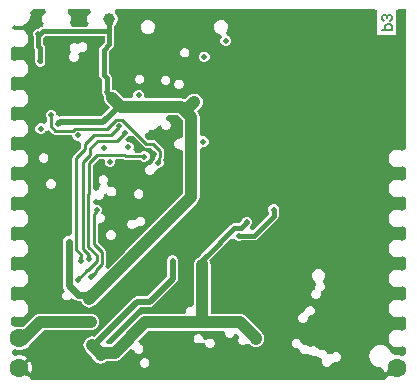
<source format=gbr>
%TF.GenerationSoftware,Altium Limited,Altium Designer,21.4.1 (30)*%
G04 Layer_Physical_Order=3*
G04 Layer_Color=16440176*
%FSLAX26Y26*%
%MOIN*%
%TF.SameCoordinates,A13BDBB0-CAD7-4838-8454-AA6E24CDD61A*%
%TF.FilePolarity,Positive*%
%TF.FileFunction,Copper,L3,Inr,Signal*%
%TF.Part,Single*%
G01*
G75*
%TA.AperFunction,Conductor*%
%ADD11C,0.011811*%
%ADD12C,0.039370*%
%ADD45C,0.019685*%
%ADD46C,0.015748*%
%ADD47C,0.009842*%
%TA.AperFunction,NonConductor*%
%ADD48C,0.007874*%
%TA.AperFunction,ComponentPad*%
%ADD50C,0.062992*%
%TA.AperFunction,ViaPad*%
%ADD52C,0.019685*%
%ADD53C,0.039370*%
%ADD55C,0.023622*%
%TA.AperFunction,Conductor*%
%ADD56C,0.023622*%
G36*
X278697Y1235990D02*
X275990Y1234869D01*
X269345Y1228224D01*
X265749Y1219542D01*
Y1210144D01*
X269345Y1201462D01*
X270064Y1200743D01*
X265172Y1188932D01*
X213570D01*
X208677Y1200743D01*
X209396Y1201462D01*
X212993Y1210144D01*
Y1219542D01*
X209396Y1228224D01*
X202751Y1234869D01*
X200044Y1235990D01*
X202394Y1247801D01*
X276348D01*
X278697Y1235990D01*
D02*
G37*
G36*
X352047Y1199601D02*
X351044Y1198315D01*
X350159Y1196946D01*
X349393Y1195492D01*
X348744Y1193954D01*
X348213Y1192332D01*
X347800Y1190625D01*
X347505Y1188835D01*
X347328Y1186960D01*
X347269Y1185001D01*
X331521Y1184980D01*
X331462Y1186939D01*
X331285Y1188813D01*
X330989Y1190604D01*
X330575Y1192309D01*
X330043Y1193930D01*
X329393Y1195467D01*
X328624Y1196919D01*
X327737Y1198286D01*
X326732Y1199569D01*
X325609Y1200768D01*
X353168Y1200802D01*
X352047Y1199601D01*
D02*
G37*
G36*
X1326541Y780828D02*
X1322743Y777827D01*
X1314730Y774887D01*
X1310527Y777314D01*
X1303072Y779312D01*
X1295354D01*
X1287899Y777314D01*
X1281216Y773455D01*
X1275758Y767998D01*
X1271900Y761314D01*
X1269902Y753859D01*
Y746142D01*
X1271900Y738687D01*
X1275758Y732003D01*
X1281216Y726546D01*
X1287899Y722687D01*
X1295354Y720689D01*
X1303072D01*
X1310527Y722687D01*
X1314730Y725114D01*
X1322743Y722174D01*
X1326541Y719173D01*
Y680828D01*
X1322743Y677827D01*
X1314730Y674887D01*
X1310527Y677314D01*
X1303072Y679312D01*
X1295354D01*
X1287899Y677314D01*
X1281216Y673455D01*
X1275758Y667998D01*
X1271900Y661314D01*
X1269902Y653859D01*
Y646142D01*
X1271900Y638687D01*
X1275758Y632003D01*
X1281216Y626546D01*
X1287899Y622687D01*
X1295354Y620689D01*
X1303072D01*
X1310527Y622687D01*
X1314730Y625114D01*
X1322743Y622174D01*
X1326541Y619173D01*
Y580828D01*
X1322743Y577827D01*
X1314730Y574887D01*
X1310527Y577314D01*
X1303072Y579312D01*
X1295354D01*
X1287899Y577314D01*
X1281216Y573455D01*
X1275758Y567998D01*
X1271900Y561314D01*
X1269902Y553859D01*
Y546142D01*
X1271900Y538687D01*
X1275758Y532003D01*
X1281216Y526546D01*
X1287899Y522687D01*
X1295354Y520689D01*
X1303072D01*
X1310527Y522687D01*
X1314730Y525114D01*
X1322743Y522174D01*
X1326541Y519173D01*
Y480828D01*
X1322743Y477827D01*
X1314730Y474887D01*
X1310527Y477314D01*
X1303072Y479312D01*
X1295354D01*
X1287899Y477314D01*
X1281216Y473455D01*
X1275758Y467998D01*
X1271900Y461314D01*
X1269902Y453859D01*
Y446142D01*
X1271900Y438687D01*
X1275758Y432003D01*
X1281216Y426546D01*
X1287899Y422687D01*
X1295354Y420690D01*
X1303072D01*
X1310527Y422687D01*
X1314730Y425114D01*
X1322743Y422175D01*
X1326541Y419173D01*
Y380828D01*
X1322743Y377827D01*
X1314730Y374887D01*
X1310527Y377314D01*
X1303072Y379312D01*
X1295354D01*
X1287899Y377314D01*
X1281216Y373455D01*
X1275758Y367998D01*
X1271900Y361314D01*
X1269902Y353859D01*
Y346142D01*
X1271900Y338687D01*
X1275758Y332003D01*
X1281216Y326546D01*
X1287899Y322687D01*
X1295354Y320690D01*
X1303072D01*
X1310527Y322687D01*
X1314730Y325114D01*
X1322743Y322175D01*
X1326541Y319173D01*
Y280828D01*
X1322743Y277827D01*
X1314730Y274887D01*
X1310527Y277314D01*
X1303072Y279312D01*
X1295354D01*
X1287899Y277314D01*
X1281216Y273455D01*
X1275758Y267998D01*
X1271900Y261314D01*
X1269902Y253859D01*
Y246142D01*
X1271900Y238687D01*
X1275758Y232003D01*
X1281216Y226546D01*
X1287899Y222687D01*
X1295354Y220690D01*
X1303072D01*
X1310527Y222687D01*
X1314730Y225114D01*
X1322743Y222174D01*
X1326541Y219173D01*
Y180828D01*
X1322743Y177827D01*
X1314730Y174887D01*
X1310527Y177314D01*
X1303072Y179311D01*
X1295354D01*
X1287899Y177314D01*
X1281216Y173455D01*
X1275758Y167998D01*
X1271900Y161314D01*
X1269902Y153859D01*
Y146142D01*
X1271900Y138687D01*
X1275758Y132003D01*
X1281216Y126546D01*
X1287899Y122687D01*
X1295354Y120689D01*
X1303072D01*
X1310527Y122687D01*
X1314730Y125114D01*
X1322743Y122174D01*
X1326541Y119173D01*
Y97867D01*
X1317158Y91226D01*
X1314730Y90677D01*
X1304915Y93308D01*
X1293512D01*
X1292367Y93001D01*
X1279401Y100993D01*
X1275653Y110043D01*
X1269689Y117815D01*
X1261917Y123779D01*
X1252867Y127528D01*
X1243154Y128806D01*
X1233442Y127528D01*
X1224392Y123779D01*
X1216620Y117815D01*
X1210656Y110043D01*
X1206907Y100993D01*
X1205629Y91281D01*
X1206907Y81568D01*
X1210656Y72518D01*
X1216620Y64746D01*
X1224392Y58782D01*
X1233442Y55033D01*
X1243154Y53755D01*
X1244095Y53879D01*
X1255903Y44302D01*
X1255954Y44121D01*
X1258857Y33285D01*
X1259229Y32642D01*
X1260864Y34593D01*
X1262362Y36633D01*
X1263679Y38707D01*
X1264815Y40817D01*
X1265769Y42961D01*
X1266543Y45141D01*
X1267134Y47356D01*
X1267545Y49606D01*
X1267774Y51892D01*
X1281773Y23774D01*
X1280034Y24808D01*
X1278324Y25578D01*
X1276643Y26086D01*
X1274991Y26330D01*
X1273367Y26311D01*
X1271771Y26029D01*
X1270204Y25484D01*
X1268666Y24675D01*
X1267156Y23604D01*
X1265675Y22268D01*
X1264261Y23683D01*
X1263809Y21813D01*
X1259223Y12042D01*
X79361D01*
X74776Y21806D01*
X74281Y23853D01*
X79725Y33283D01*
X82676Y44297D01*
Y55700D01*
X79725Y66715D01*
X74129Y76407D01*
X43545Y45823D01*
X35193Y54175D01*
X65777Y84759D01*
X56085Y90355D01*
X45071Y93306D01*
X33667D01*
X24274Y90789D01*
X14696Y97404D01*
X14952Y106633D01*
X24870Y113125D01*
X34186Y110629D01*
X44552D01*
X54565Y113312D01*
X63543Y118495D01*
X70873Y125825D01*
X73283Y129999D01*
X73732Y130344D01*
X120317Y176929D01*
X278032D01*
X285226Y177876D01*
X291930Y180653D01*
X297687Y185070D01*
X302105Y190827D01*
X304882Y197531D01*
X305829Y204726D01*
X304882Y211920D01*
X302105Y218624D01*
X297687Y224381D01*
X291930Y228798D01*
X285226Y231575D01*
X278032Y232523D01*
X108803D01*
X101609Y231575D01*
X94905Y228798D01*
X89148Y224381D01*
X58798Y194032D01*
X55182Y190785D01*
X53527Y189465D01*
X52102Y188447D01*
X51022Y187784D01*
X50825Y187688D01*
X44552Y189369D01*
X34186D01*
X24173Y186686D01*
X23853Y186501D01*
X12042Y193321D01*
Y219177D01*
X15844Y222179D01*
X23853Y225117D01*
X28059Y222689D01*
X35513Y220691D01*
X43231D01*
X50686Y222689D01*
X57370Y226548D01*
X62827Y232005D01*
X66686Y238689D01*
X68683Y246143D01*
Y253861D01*
X66686Y261316D01*
X62827Y268000D01*
X57370Y273457D01*
X50686Y277316D01*
X43231Y279313D01*
X35513D01*
X28059Y277316D01*
X23853Y274888D01*
X15844Y277825D01*
X12042Y280828D01*
Y319177D01*
X15844Y322179D01*
X23853Y325116D01*
X28059Y322689D01*
X35513Y320691D01*
X43231D01*
X50686Y322689D01*
X57370Y326548D01*
X62827Y332005D01*
X66686Y338688D01*
X68683Y346143D01*
Y353861D01*
X66686Y361316D01*
X62827Y368000D01*
X57370Y373457D01*
X50686Y377316D01*
X43231Y379313D01*
X35513D01*
X28059Y377316D01*
X23853Y374888D01*
X15844Y377825D01*
X12042Y380828D01*
Y419177D01*
X15844Y422179D01*
X23853Y425116D01*
X28059Y422689D01*
X35513Y420691D01*
X43231D01*
X50686Y422689D01*
X57370Y426548D01*
X62827Y432005D01*
X66686Y438688D01*
X68683Y446143D01*
Y453861D01*
X66686Y461316D01*
X62827Y468000D01*
X57370Y473457D01*
X50686Y477316D01*
X43231Y479313D01*
X35513D01*
X28059Y477316D01*
X23853Y474888D01*
X15844Y477825D01*
X12042Y480828D01*
Y519177D01*
X15844Y522179D01*
X23853Y525116D01*
X28059Y522689D01*
X35513Y520691D01*
X43231D01*
X50686Y522689D01*
X57370Y526548D01*
X62827Y532005D01*
X66686Y538688D01*
X68683Y546143D01*
Y553861D01*
X66686Y561316D01*
X62827Y568000D01*
X57370Y573457D01*
X50686Y577316D01*
X43231Y579313D01*
X35513D01*
X28059Y577316D01*
X23853Y574888D01*
X15844Y577825D01*
X12042Y580828D01*
Y619177D01*
X15844Y622179D01*
X23853Y625116D01*
X28059Y622689D01*
X35513Y620691D01*
X43231D01*
X50686Y622689D01*
X57370Y626548D01*
X62827Y632005D01*
X66686Y638688D01*
X68683Y646143D01*
Y653861D01*
X66686Y661316D01*
X62827Y668000D01*
X57370Y673457D01*
X50686Y677316D01*
X43231Y679313D01*
X35513D01*
X28059Y677316D01*
X23853Y674888D01*
X15844Y677825D01*
X12042Y680828D01*
Y719177D01*
X15844Y722179D01*
X23853Y725116D01*
X28059Y722689D01*
X35513Y720691D01*
X43231D01*
X50686Y722689D01*
X57370Y726548D01*
X62827Y732005D01*
X66686Y738688D01*
X68683Y746143D01*
Y753861D01*
X66686Y761316D01*
X62827Y768000D01*
X57370Y773457D01*
X50686Y777316D01*
X43231Y779313D01*
X35513D01*
X28059Y777316D01*
X23853Y774888D01*
X15844Y777825D01*
X12042Y780828D01*
Y819177D01*
X15844Y822179D01*
X23853Y825116D01*
X28059Y822689D01*
X35513Y820691D01*
X43231D01*
X50686Y822689D01*
X57370Y826548D01*
X62827Y832005D01*
X66686Y838688D01*
X68683Y846143D01*
Y853861D01*
X66686Y861316D01*
X62827Y868000D01*
X57370Y873457D01*
X50686Y877316D01*
X43231Y879313D01*
X35513D01*
X28059Y877316D01*
X23853Y874888D01*
X15844Y877825D01*
X12042Y880828D01*
Y919177D01*
X15844Y922179D01*
X23853Y925116D01*
X28059Y922689D01*
X35513Y920691D01*
X43231D01*
X50686Y922689D01*
X57370Y926548D01*
X62827Y932005D01*
X66686Y938688D01*
X68683Y946143D01*
Y953861D01*
X66686Y961316D01*
X62827Y968000D01*
X57370Y973457D01*
X50686Y977316D01*
X43231Y979313D01*
X35513D01*
X28059Y977316D01*
X23853Y974888D01*
X15844Y977825D01*
X12042Y980828D01*
Y1019177D01*
X15844Y1022179D01*
X23853Y1025117D01*
X28059Y1022689D01*
X35513Y1020691D01*
X43231D01*
X50686Y1022689D01*
X57370Y1026547D01*
X62827Y1032005D01*
X66686Y1038688D01*
X68683Y1046143D01*
Y1053861D01*
X66686Y1061316D01*
X62827Y1067999D01*
X57370Y1073457D01*
X50686Y1077316D01*
X43231Y1079313D01*
X35513D01*
X28059Y1077316D01*
X23853Y1074888D01*
X15844Y1077825D01*
X12042Y1080828D01*
Y1119177D01*
X15844Y1122179D01*
X23853Y1125117D01*
X28059Y1122689D01*
X35513Y1120691D01*
X43231D01*
X50686Y1122689D01*
X57370Y1126547D01*
X62827Y1132005D01*
X66686Y1138688D01*
X68683Y1146143D01*
Y1153861D01*
X66686Y1161316D01*
X62827Y1167999D01*
X57370Y1173457D01*
X50686Y1177316D01*
X43231Y1179313D01*
X35513D01*
X28059Y1177316D01*
X26837Y1176610D01*
X15493Y1181917D01*
X15079Y1188485D01*
X18470Y1190823D01*
X25957Y1194272D01*
X29660Y1192738D01*
X39372Y1191459D01*
X49085Y1192738D01*
X58135Y1196487D01*
X65907Y1202450D01*
X71870Y1210222D01*
X75619Y1219273D01*
X76898Y1228985D01*
X75976Y1235990D01*
X80485Y1243612D01*
X84633Y1247801D01*
X126347D01*
X128697Y1235990D01*
X125990Y1234869D01*
X119345Y1228224D01*
X115749Y1219542D01*
Y1210144D01*
X119345Y1201462D01*
X120064Y1200743D01*
X117934Y1192789D01*
X115459Y1188645D01*
X110756Y1187710D01*
X105547Y1184229D01*
X105547Y1184229D01*
X102742Y1181424D01*
X99460D01*
X92949Y1178726D01*
X87965Y1173743D01*
X85268Y1167231D01*
Y1160183D01*
X86928Y1156176D01*
Y1124034D01*
X86928Y1124033D01*
X88150Y1117889D01*
X91631Y1112679D01*
X92275Y1112035D01*
Y1081166D01*
X90615Y1077159D01*
Y1070111D01*
X93312Y1063599D01*
X98296Y1058615D01*
X104808Y1055918D01*
X111856D01*
X118367Y1058615D01*
X123351Y1063599D01*
X126048Y1070111D01*
Y1077159D01*
X124388Y1081166D01*
Y1118685D01*
X124388Y1118686D01*
X123166Y1124831D01*
X119685Y1130040D01*
X119685Y1130040D01*
X119041Y1130684D01*
Y1152308D01*
X123552Y1156819D01*
X323339D01*
Y1137552D01*
X309822Y1124035D01*
X306341Y1118826D01*
X305119Y1112681D01*
X305119Y1112681D01*
Y1028981D01*
X305119Y1028980D01*
X306341Y1022836D01*
X309822Y1017627D01*
X315450Y1011998D01*
Y977727D01*
X313790Y973719D01*
Y966671D01*
X316487Y960160D01*
X321471Y955176D01*
X322545Y954731D01*
X321955Y950249D01*
X322902Y943054D01*
X325679Y936350D01*
X330096Y930593D01*
X341482Y919207D01*
X312057Y889782D01*
X176320D01*
X174312Y889383D01*
X163381Y896079D01*
X162090Y897723D01*
X159866Y903091D01*
X154882Y908075D01*
X148371Y910772D01*
X141323D01*
X134811Y908075D01*
X129827Y903091D01*
X127130Y896580D01*
Y889532D01*
X129827Y883020D01*
X131418Y881430D01*
Y869693D01*
X120272Y864135D01*
X113761Y866832D01*
X106713D01*
X100201Y864135D01*
X95217Y859151D01*
X92520Y852640D01*
Y845592D01*
X95217Y839080D01*
X100201Y834096D01*
X106713Y831399D01*
X113761D01*
X120272Y834096D01*
X125256Y839080D01*
X125919Y840680D01*
X126692Y841253D01*
X138527Y843875D01*
X139020Y843795D01*
X150339Y832476D01*
X154571Y829648D01*
X159564Y828655D01*
X216241D01*
Y822919D01*
X218938Y816408D01*
X223922Y811424D01*
X230434Y808727D01*
X236400D01*
X239048Y807132D01*
X245656Y799328D01*
X245343Y797753D01*
Y785073D01*
X219588Y759318D01*
X216760Y755086D01*
X215766Y750093D01*
Y501348D01*
X204206Y492345D01*
X196525Y490817D01*
X190014Y486466D01*
X185663Y479955D01*
X185221Y477733D01*
X184841Y477164D01*
X183313Y469483D01*
Y326473D01*
X184841Y318792D01*
X186249Y316685D01*
X189899Y305413D01*
X185469Y300983D01*
X183071Y295195D01*
Y288930D01*
X185469Y283142D01*
X189899Y278712D01*
X195687Y276315D01*
X201952D01*
X207740Y278712D01*
X212170Y283142D01*
X223266Y279067D01*
X227183Y276450D01*
X234863Y274922D01*
X245014D01*
X245217Y273382D01*
X247994Y266678D01*
X252411Y260921D01*
X258168Y256503D01*
X264872Y253726D01*
X272067Y252779D01*
X279261Y253726D01*
X285965Y256503D01*
X291722Y260921D01*
X301435Y270634D01*
X431598Y400796D01*
X432659Y402180D01*
X631664Y601184D01*
X636081Y606941D01*
X638858Y613645D01*
X638950Y614344D01*
X638978Y614413D01*
X639926Y621607D01*
Y778632D01*
X649482Y787458D01*
X656530D01*
X663042Y790155D01*
X668025Y795139D01*
X670723Y801650D01*
Y808698D01*
X668025Y815210D01*
X663042Y820194D01*
X656530Y822891D01*
X649482D01*
X639926Y831717D01*
Y888448D01*
X638978Y895642D01*
X636202Y902346D01*
X632037Y907773D01*
X639817Y915553D01*
X642702Y917766D01*
X647119Y923523D01*
X649896Y930227D01*
X650843Y937422D01*
X649896Y944616D01*
X647119Y951320D01*
X642702Y957077D01*
X636945Y961495D01*
X630241Y964271D01*
X623047Y965219D01*
X622375D01*
X615181Y964271D01*
X608477Y961495D01*
X602720Y957077D01*
X592125Y946482D01*
X591870Y946678D01*
X585165Y949455D01*
X577971Y950402D01*
X458609D01*
X454546Y956483D01*
Y963531D01*
X451849Y970043D01*
X446865Y975026D01*
X440354Y977724D01*
X433306D01*
X426794Y975026D01*
X421810Y970043D01*
X419113Y963531D01*
Y956483D01*
X415050Y950402D01*
X388908D01*
X369407Y969904D01*
X363650Y974321D01*
X356946Y977098D01*
X349752Y978045D01*
X347563Y979965D01*
Y1018649D01*
X347563Y1018649D01*
X346341Y1024794D01*
X342860Y1030003D01*
X342860Y1030003D01*
X337232Y1035631D01*
Y1106030D01*
X350749Y1119547D01*
X350749Y1119547D01*
X354229Y1124756D01*
X355452Y1130901D01*
Y1187591D01*
X355472Y1187804D01*
X355673Y1189027D01*
X355942Y1190136D01*
X356270Y1191140D01*
X356655Y1192053D01*
X357096Y1192888D01*
X357594Y1193659D01*
X358159Y1194384D01*
X359038Y1195326D01*
X359380Y1195878D01*
X361423Y1197921D01*
X365051Y1204206D01*
X366930Y1211215D01*
Y1218471D01*
X365051Y1225480D01*
X361423Y1231765D01*
X357198Y1235990D01*
X357630Y1239979D01*
X361026Y1247801D01*
X1222091D01*
X1232732Y1244977D01*
X1232732Y1235990D01*
Y1161005D01*
X1295714D01*
Y1235990D01*
X1295714Y1244977D01*
X1306355Y1247801D01*
X1326541D01*
Y780828D01*
D02*
G37*
G36*
X584332Y876934D02*
Y821239D01*
X573106Y813642D01*
X566841D01*
X561053Y811245D01*
X556624Y806815D01*
X554226Y801027D01*
Y794762D01*
X556624Y788974D01*
X561053Y784544D01*
X566841Y782146D01*
X573106D01*
X584332Y774549D01*
Y632474D01*
X392287Y440429D01*
X391225Y439045D01*
X333524Y381344D01*
X324992Y389261D01*
X327820Y393493D01*
X328813Y398486D01*
Y436775D01*
X327820Y441767D01*
X324992Y446000D01*
X300404Y470588D01*
Y531981D01*
X304895Y534982D01*
X311160D01*
X316948Y537379D01*
X321378Y541809D01*
X323775Y547597D01*
Y553862D01*
X321378Y559650D01*
X316948Y564080D01*
X313151Y565653D01*
X312891Y566960D01*
X315588Y573471D01*
Y580519D01*
X312891Y587031D01*
X307907Y592014D01*
X301396Y594712D01*
X294348D01*
X294220Y594659D01*
X284698Y600592D01*
X285051Y609433D01*
X287109Y610380D01*
X296262Y614101D01*
X301487Y611936D01*
X307752D01*
X313540Y614333D01*
X317970Y618764D01*
X320368Y624552D01*
Y630816D01*
X330784Y634758D01*
X333103Y630543D01*
X337533Y626114D01*
X343321Y623716D01*
X349586D01*
X355374Y626114D01*
X359804Y630544D01*
X362202Y636332D01*
Y642597D01*
X359804Y648385D01*
X355374Y652815D01*
X349586Y655212D01*
X343321D01*
X337264Y653305D01*
X334195Y658881D01*
X329947Y663700D01*
X332842Y669871D01*
X335239Y675659D01*
Y681924D01*
X332842Y687712D01*
X328412Y692142D01*
X322624Y694540D01*
X316359D01*
X310571Y692142D01*
X306141Y687712D01*
X303743Y681924D01*
Y675659D01*
X306141Y669871D01*
X310389Y665053D01*
X307494Y658881D01*
X305096Y653093D01*
Y646828D01*
X302827Y643432D01*
X301487D01*
X295700Y641034D01*
X284700Y646738D01*
Y727492D01*
X304735Y747527D01*
X319935D01*
X323160Y742701D01*
Y735653D01*
X325857Y729141D01*
X330841Y724158D01*
X337353Y721461D01*
X344401D01*
X350912Y724158D01*
X355896Y729141D01*
X358593Y735653D01*
Y742701D01*
X362647Y748769D01*
X383997D01*
X385724Y747042D01*
X389956Y744214D01*
X394948Y743221D01*
X443503D01*
X445624Y741100D01*
X452135Y738403D01*
X459183D01*
X465695Y741100D01*
X470679Y746084D01*
X473376Y752596D01*
Y759644D01*
X470679Y766155D01*
X465695Y771139D01*
X459183Y773836D01*
X452135D01*
X445624Y771139D01*
X443798Y769313D01*
X425981D01*
X424176Y770966D01*
X419062Y781124D01*
X420115Y783666D01*
Y790714D01*
X417418Y797226D01*
X412435Y802209D01*
X405923Y804907D01*
X398875D01*
X391557Y814659D01*
X394346Y818327D01*
X400857Y821024D01*
X403104Y823271D01*
X414984Y825192D01*
X418170Y824909D01*
X453495Y789584D01*
X457727Y786756D01*
X462719Y785763D01*
X479606D01*
X496399Y768970D01*
Y761023D01*
X494787Y759411D01*
X491959Y755179D01*
X490966Y750186D01*
Y748505D01*
X487109Y744649D01*
X484412Y738137D01*
Y736585D01*
X479402Y729003D01*
X473509Y726548D01*
X471516D01*
X465728Y724150D01*
X461298Y719720D01*
X458900Y713932D01*
Y707667D01*
X461298Y701879D01*
X465728Y697449D01*
X471516Y695052D01*
X477781D01*
X483569Y697449D01*
X487999Y701879D01*
X490341Y707535D01*
X490396Y707667D01*
X497743Y715928D01*
X501308Y716897D01*
X505652D01*
X512164Y719594D01*
X517148Y724578D01*
X519845Y731089D01*
Y738137D01*
X517148Y744649D01*
X518670Y746395D01*
X521498Y750627D01*
X522491Y755620D01*
Y774373D01*
X521498Y779366D01*
X518670Y783598D01*
X494235Y808033D01*
X490002Y810861D01*
X485010Y811855D01*
X468123D01*
X458944Y821034D01*
X459175Y824940D01*
X462608Y834073D01*
X465431Y835242D01*
X469861Y839673D01*
X473097Y845312D01*
X479599Y844158D01*
X485864D01*
X491652Y846556D01*
X496082Y850986D01*
X497935Y855458D01*
X503445Y858453D01*
X510291Y860768D01*
X511808Y859743D01*
Y856804D01*
X514205Y851016D01*
X518635Y846586D01*
X524423Y844188D01*
X530688D01*
X536476Y846586D01*
X540906Y851016D01*
X543304Y856804D01*
Y863069D01*
X540906Y868857D01*
X536476Y873287D01*
X530688Y875684D01*
X529452Y882976D01*
Y889241D01*
X533172Y894809D01*
X566457D01*
X584332Y876934D01*
D02*
G37*
G36*
X275584Y427389D02*
X275775Y425510D01*
X275942Y424687D01*
X276156Y423943D01*
X276417Y423277D01*
X276727Y422690D01*
X277084Y422180D01*
X277488Y421749D01*
X277940Y421396D01*
X264415Y418760D01*
X264663Y419175D01*
X264884Y419663D01*
X265080Y420224D01*
X265249Y420858D01*
X265392Y421565D01*
X265601Y423198D01*
X265666Y424125D01*
X265718Y426196D01*
X275561Y428446D01*
X275584Y427389D01*
D02*
G37*
G36*
X248667Y420076D02*
X248846Y418184D01*
X249001Y417350D01*
X249202Y416589D01*
X249447Y415903D01*
X249736Y415291D01*
X250070Y414753D01*
X250449Y414289D01*
X250872Y413899D01*
X237169Y412447D01*
X237480Y412878D01*
X237757Y413379D01*
X238002Y413951D01*
X238215Y414593D01*
X238394Y415306D01*
X238541Y416088D01*
X238656Y416941D01*
X238786Y418858D01*
X238803Y419922D01*
X248645Y421133D01*
X248667Y420076D01*
D02*
G37*
G36*
X290947Y360847D02*
X290213Y360084D01*
X288977Y358626D01*
X288476Y357930D01*
X288053Y357257D01*
X287708Y356605D01*
X287441Y355976D01*
X287251Y355369D01*
X287140Y354785D01*
X287106Y354222D01*
X277363Y363966D01*
X277925Y363999D01*
X278510Y364111D01*
X279117Y364300D01*
X279746Y364567D01*
X280397Y364912D01*
X281071Y365335D01*
X281767Y365836D01*
X282485Y366415D01*
X283988Y367807D01*
X290947Y360847D01*
D02*
G37*
G36*
X247640Y352659D02*
X246906Y351897D01*
X245670Y350438D01*
X245169Y349743D01*
X244746Y349069D01*
X244401Y348418D01*
X244134Y347788D01*
X243944Y347182D01*
X243833Y346597D01*
X243799Y346035D01*
X234056Y355778D01*
X234618Y355812D01*
X235203Y355923D01*
X235810Y356112D01*
X236439Y356380D01*
X237090Y356725D01*
X237764Y357148D01*
X238460Y357649D01*
X239178Y358228D01*
X240681Y359619D01*
X247640Y352659D01*
D02*
G37*
G36*
X95027Y163111D02*
X69201Y139897D01*
X50065Y179623D01*
X51006Y179462D01*
X52123Y179594D01*
X53418Y180020D01*
X54891Y180739D01*
X56540Y181751D01*
X58367Y183056D01*
X60371Y184654D01*
X64911Y188731D01*
X67447Y191209D01*
X95027Y163111D01*
D02*
G37*
G36*
X70436Y44120D02*
X70523Y42765D01*
X70796Y41374D01*
X71255Y39947D01*
X71899Y38484D01*
X72728Y36984D01*
X73743Y35447D01*
X74943Y33875D01*
X76329Y32266D01*
X77900Y30620D01*
X69548Y22268D01*
X68309Y23416D01*
X67090Y24362D01*
X65891Y25105D01*
X64712Y25646D01*
X63553Y25985D01*
X62414Y26122D01*
X61294Y26056D01*
X60195Y25788D01*
X59115Y25318D01*
X58056Y24645D01*
X70533Y45438D01*
X70436Y44120D01*
D02*
G37*
%LPC*%
G36*
X472485Y1212598D02*
X463087D01*
X454405Y1209002D01*
X447760Y1202357D01*
X444164Y1193675D01*
Y1184278D01*
X447760Y1175596D01*
X454405Y1168951D01*
X463087Y1165354D01*
X472485D01*
X481167Y1168951D01*
X487812Y1175596D01*
X491408Y1184278D01*
Y1193675D01*
X487812Y1202357D01*
X481167Y1209002D01*
X472485Y1212598D01*
D02*
G37*
G36*
X253136Y1137556D02*
X246871D01*
X241083Y1135159D01*
X231222Y1131782D01*
X225434Y1134180D01*
X219169D01*
X213381Y1131782D01*
X208951Y1127352D01*
X206554Y1121564D01*
Y1115299D01*
X208951Y1109511D01*
X212186Y1103074D01*
X208577Y1097011D01*
X206180Y1091223D01*
Y1084958D01*
X208577Y1079170D01*
X213007Y1074740D01*
X218795Y1072343D01*
X225060D01*
X230848Y1074740D01*
X235278Y1079170D01*
X237676Y1084958D01*
Y1091223D01*
X235279Y1097011D01*
X235125Y1097316D01*
X243415Y1107123D01*
X246871Y1106060D01*
X253136D01*
X258924Y1108457D01*
X263354Y1112888D01*
X265752Y1118676D01*
Y1124940D01*
X263354Y1130728D01*
X258924Y1135159D01*
X253136Y1137556D01*
D02*
G37*
G36*
X716686Y1212598D02*
X707289D01*
X698607Y1209002D01*
X691962Y1202357D01*
X688365Y1193675D01*
Y1184278D01*
X691962Y1175596D01*
X698607Y1168951D01*
X707289Y1165354D01*
X709227D01*
X713745Y1153543D01*
X711956Y1151755D01*
X709259Y1145243D01*
Y1138195D01*
X711956Y1131683D01*
X716940Y1126700D01*
X723452Y1124003D01*
X730500D01*
X737011Y1126700D01*
X741995Y1131683D01*
X744692Y1138195D01*
Y1145243D01*
X741995Y1151755D01*
X737011Y1156738D01*
X731055Y1159206D01*
X730284Y1160527D01*
X730144Y1160917D01*
X727664Y1171246D01*
X732013Y1175596D01*
X735609Y1184278D01*
Y1193675D01*
X732013Y1202357D01*
X725368Y1209002D01*
X716686Y1212598D01*
D02*
G37*
G36*
X593684Y1118111D02*
X587419D01*
X581631Y1115713D01*
X577201Y1111283D01*
X574803Y1105495D01*
Y1099230D01*
X577201Y1093442D01*
X581631Y1089012D01*
X587419Y1086615D01*
X593684D01*
X599472Y1089012D01*
X603902Y1093442D01*
X606299Y1099230D01*
Y1105495D01*
X603902Y1111283D01*
X599472Y1115713D01*
X593684Y1118111D01*
D02*
G37*
G36*
X659439Y1105807D02*
X652391D01*
X645879Y1103110D01*
X640896Y1098126D01*
X638198Y1091615D01*
Y1084567D01*
X640896Y1078055D01*
X645879Y1073071D01*
X652391Y1070374D01*
X659439D01*
X665951Y1073071D01*
X670934Y1078055D01*
X673631Y1084567D01*
Y1091615D01*
X670934Y1098126D01*
X665951Y1103110D01*
X659439Y1105807D01*
D02*
G37*
G36*
X442974Y1029035D02*
X436709D01*
X430921Y1026638D01*
X426491Y1022208D01*
X424094Y1016420D01*
Y1010155D01*
X426491Y1004367D01*
X430921Y999937D01*
X436709Y997539D01*
X442974D01*
X448762Y999937D01*
X453192Y1004367D01*
X455590Y1010155D01*
Y1016420D01*
X453192Y1022208D01*
X448762Y1026638D01*
X442974Y1029035D01*
D02*
G37*
G36*
X529799Y1026081D02*
X523534D01*
X517746Y1023683D01*
X513317Y1019253D01*
X510919Y1013465D01*
Y1007200D01*
X513317Y1001412D01*
X517746Y996982D01*
X523534Y994585D01*
X529799D01*
X535587Y996982D01*
X540018Y1001412D01*
X542415Y1007200D01*
Y1013465D01*
X540018Y1019253D01*
X535587Y1023683D01*
X529799Y1026081D01*
D02*
G37*
G36*
X573995Y1012268D02*
X567730D01*
X561942Y1009870D01*
X557512Y1005440D01*
X555115Y999652D01*
Y993387D01*
X557512Y987599D01*
X561942Y983169D01*
X567730Y980772D01*
X573995D01*
X579783Y983169D01*
X584213Y987599D01*
X586611Y993387D01*
Y999652D01*
X584213Y1005440D01*
X579783Y1009870D01*
X573995Y1012268D01*
D02*
G37*
G36*
X123212Y766822D02*
X116947D01*
X111159Y764424D01*
X106729Y759994D01*
X104331Y754206D01*
Y747941D01*
X106729Y742153D01*
X111159Y737723D01*
X116947Y735326D01*
X123212D01*
X129000Y737723D01*
X133430Y742153D01*
X135827Y747941D01*
Y754206D01*
X133430Y759994D01*
X129000Y764424D01*
X123212Y766822D01*
D02*
G37*
G36*
X147596Y680450D02*
X141331D01*
X135543Y678053D01*
X131113Y673623D01*
X128716Y667835D01*
Y661570D01*
X131113Y655782D01*
X135543Y651352D01*
X141331Y648954D01*
X147596D01*
X153384Y651352D01*
X157814Y655782D01*
X160212Y661570D01*
Y667835D01*
X157814Y673623D01*
X153384Y678053D01*
X147596Y680450D01*
D02*
G37*
G36*
X890846Y597158D02*
X883798D01*
X877287Y594461D01*
X872303Y589477D01*
X869606Y582966D01*
Y575918D01*
X871266Y571910D01*
Y564267D01*
X817110Y510112D01*
X810187Y510911D01*
X807931Y519067D01*
X807719Y523085D01*
X811998Y527364D01*
X814695Y533876D01*
Y540924D01*
X811998Y547435D01*
X807014Y552419D01*
X800502Y555116D01*
X793454D01*
X786943Y552419D01*
X781959Y547435D01*
X780382Y543629D01*
X770942Y534188D01*
X757921D01*
X751777Y532966D01*
X750496Y532111D01*
X750052Y532022D01*
X744843Y528542D01*
X649395Y433093D01*
X649392Y433093D01*
X649275Y433210D01*
X640514Y421792D01*
X633600Y416713D01*
X633208Y416284D01*
X629523Y413457D01*
X625105Y407700D01*
X622328Y400996D01*
X621381Y393802D01*
Y264433D01*
X612835Y255189D01*
X606571D01*
X600783Y252791D01*
X596352Y248361D01*
X593955Y242573D01*
Y236308D01*
X590763Y231530D01*
X458563D01*
X451368Y230583D01*
X444664Y227806D01*
X438908Y223389D01*
X345510Y129991D01*
X332967D01*
X328075Y141802D01*
X440480Y254208D01*
X473368D01*
X480280Y255583D01*
X486140Y259499D01*
X562837Y336195D01*
X566753Y342055D01*
X568128Y348968D01*
Y409099D01*
X567780Y410844D01*
Y412623D01*
X567100Y414267D01*
X566753Y416012D01*
X565764Y417491D01*
X565083Y419135D01*
X563825Y420393D01*
X562837Y421872D01*
X561357Y422861D01*
X560100Y424119D01*
X558456Y424800D01*
X556977Y425788D01*
X555232Y426135D01*
X553588Y426816D01*
X551809D01*
X550064Y427163D01*
X548319Y426816D01*
X546540D01*
X544896Y426135D01*
X543151Y425788D01*
X541672Y424800D01*
X540028Y424119D01*
X538770Y422861D01*
X537291Y421872D01*
X536303Y420393D01*
X535045Y419135D01*
X534364Y417491D01*
X533375Y416012D01*
X533028Y414267D01*
X532347Y412623D01*
Y410844D01*
X532000Y409099D01*
Y356450D01*
X465885Y290335D01*
X432998D01*
X426086Y288960D01*
X420225Y285045D01*
X289643Y154462D01*
X287906Y155182D01*
X280711Y156129D01*
X273517Y155182D01*
X266813Y152405D01*
X261056Y147987D01*
X256639Y142231D01*
X253862Y135526D01*
X252915Y128332D01*
X253862Y121138D01*
X256639Y114434D01*
X261056Y108677D01*
X282941Y86792D01*
X283065Y85846D01*
X285842Y79142D01*
X290260Y73385D01*
X296017Y68968D01*
X302721Y66191D01*
X309915Y65244D01*
X317110Y66191D01*
X323814Y68968D01*
X329570Y73385D01*
X330583Y74397D01*
X357023D01*
X364218Y75345D01*
X370922Y78122D01*
X376679Y82539D01*
X409673Y115534D01*
X421484Y111312D01*
X423882Y105525D01*
X428312Y101094D01*
X434100Y98697D01*
X440365D01*
X446153Y101094D01*
X450583Y105525D01*
X452980Y111312D01*
Y117578D01*
X450583Y123365D01*
X446153Y127796D01*
X440365Y130193D01*
X436144Y142004D01*
X470077Y175937D01*
X632442D01*
X633066Y164384D01*
X627278Y161987D01*
X622848Y157556D01*
X620450Y151768D01*
Y145504D01*
X622848Y139715D01*
X627278Y135286D01*
X633066Y132888D01*
X638384D01*
X639331Y132888D01*
X639332Y132889D01*
X645119Y135285D01*
X648384Y137261D01*
X648384D01*
Y137260D01*
X658583Y133780D01*
X658862Y133597D01*
Y130427D01*
X661259Y124639D01*
X665689Y120209D01*
X671477Y117812D01*
X677742D01*
X683530Y120209D01*
X687960Y124639D01*
X690358Y130427D01*
Y136692D01*
X687960Y142480D01*
X683530Y146910D01*
X677742Y149308D01*
X672424D01*
X671477Y149308D01*
X671476Y149307D01*
X665689Y146910D01*
X662424Y144935D01*
X662423D01*
Y144935D01*
X652225Y148416D01*
X651946Y148599D01*
Y151768D01*
X649549Y157556D01*
X645119Y161987D01*
X639331Y164384D01*
X639954Y175937D01*
X721039D01*
X724564Y170660D01*
Y164395D01*
X726962Y158607D01*
X731392Y154177D01*
X737180Y151780D01*
X743445D01*
X749233Y154177D01*
X753663Y158607D01*
X756061Y164395D01*
Y165757D01*
X759764Y167292D01*
X771339Y159302D01*
X771133Y152448D01*
X770988Y152304D01*
X768591Y146516D01*
Y140251D01*
X770988Y134463D01*
X775418Y130033D01*
X781206Y127635D01*
X787471D01*
X792919Y129892D01*
X794422Y130409D01*
X806936Y129467D01*
X807708Y129050D01*
X808527Y127984D01*
X814284Y123567D01*
X820988Y120790D01*
X828182Y119842D01*
X835376Y120790D01*
X842080Y123567D01*
X847837Y127984D01*
X852255Y133741D01*
X855032Y140445D01*
X855979Y147639D01*
Y149650D01*
X855032Y156844D01*
X852255Y163548D01*
X847837Y169305D01*
X793754Y223389D01*
X787997Y227806D01*
X781293Y230583D01*
X774098Y231530D01*
X676975D01*
Y393802D01*
X676028Y400996D01*
X675059Y403335D01*
X674945Y404001D01*
X672394Y410677D01*
X744499Y482782D01*
X757398Y482505D01*
X762381Y477522D01*
X768893Y474825D01*
X775941D01*
X779949Y476485D01*
X822246D01*
X822247Y476485D01*
X828391Y477707D01*
X833600Y481187D01*
X898676Y546263D01*
X902156Y551472D01*
X903379Y557616D01*
Y571910D01*
X905039Y575918D01*
Y582966D01*
X902341Y589477D01*
X897358Y594461D01*
X890846Y597158D01*
D02*
G37*
G36*
X1041241Y381697D02*
X1032627D01*
X1024668Y378400D01*
X1018577Y372309D01*
X1015280Y364351D01*
Y355736D01*
X1018577Y347778D01*
X1023100Y343255D01*
X1024195Y342159D01*
X1024890Y340054D01*
X1026509Y328140D01*
X1025399Y325459D01*
Y319195D01*
X1024422Y312693D01*
X1018634Y310296D01*
X1014204Y305866D01*
X1011807Y300078D01*
Y293813D01*
X1014204Y288025D01*
X1018634Y283595D01*
X1024422Y281197D01*
X1030687D01*
X1036475Y283595D01*
X1040905Y288025D01*
X1043303Y293813D01*
Y300077D01*
X1044280Y306579D01*
X1050068Y308976D01*
X1054497Y313406D01*
X1056895Y319195D01*
Y325459D01*
X1054497Y331248D01*
X1054345Y331400D01*
X1050988Y338112D01*
X1054245Y346731D01*
X1055291Y347778D01*
X1058587Y355736D01*
Y364351D01*
X1055291Y372309D01*
X1049200Y378400D01*
X1041241Y381697D01*
D02*
G37*
G36*
X1011875Y258245D02*
X1005610D01*
X999822Y255848D01*
X995392Y251418D01*
X992995Y245630D01*
Y244468D01*
X989547Y237564D01*
X982484Y233875D01*
X981440D01*
X975652Y231478D01*
X971222Y227048D01*
X968825Y221260D01*
Y214995D01*
X971222Y209207D01*
X975652Y204777D01*
X981440Y202379D01*
X987705D01*
X993493Y204777D01*
X997923Y209207D01*
X1000321Y214995D01*
Y216156D01*
X1003768Y223060D01*
X1010831Y226749D01*
X1011875D01*
X1017663Y229147D01*
X1022093Y233577D01*
X1024491Y239365D01*
Y245630D01*
X1022093Y251418D01*
X1017663Y255848D01*
X1011875Y258245D01*
D02*
G37*
G36*
X965437Y149308D02*
X959172D01*
X953384Y146910D01*
X948954Y142480D01*
X946556Y136692D01*
Y130427D01*
X948954Y124639D01*
X953384Y120209D01*
X959172Y117812D01*
X965437D01*
X965462Y117822D01*
X966177Y117639D01*
X976374Y109926D01*
Y108774D01*
X978771Y102986D01*
X983201Y98556D01*
X988989Y96158D01*
X995254D01*
X1001042Y98556D01*
X1010760Y94619D01*
X1016548Y92221D01*
X1022813Y92221D01*
X1029494Y91082D01*
X1030340Y90910D01*
X1035738Y88550D01*
X1041207Y83576D01*
X1046995Y81179D01*
X1047855Y74442D01*
Y68177D01*
X1050253Y62389D01*
X1054682Y57959D01*
X1060470Y55562D01*
X1066736D01*
X1072524Y57959D01*
X1076954Y62389D01*
X1078474Y66059D01*
X1080515Y68615D01*
X1091162Y72615D01*
X1091351Y72536D01*
X1097616D01*
X1103404Y74934D01*
X1107834Y79364D01*
X1110232Y85152D01*
Y91417D01*
X1107834Y97205D01*
X1103404Y101635D01*
X1097616Y104032D01*
X1091351D01*
X1085563Y101635D01*
X1081133Y97205D01*
X1069261Y96868D01*
X1068316Y97172D01*
X1065875Y99202D01*
Y100060D01*
X1063478Y105848D01*
X1059048Y110278D01*
X1053260Y112675D01*
X1046995D01*
X1046648Y112531D01*
X1040714Y111775D01*
X1033425Y116628D01*
X1032710Y117211D01*
X1032073Y117848D01*
X1028601Y121320D01*
X1022813Y123717D01*
X1016548D01*
X1010760Y121320D01*
X1001042Y125257D01*
X995254Y127654D01*
X988989D01*
X988964Y127644D01*
X988249Y127826D01*
X978052Y135539D01*
Y136692D01*
X975655Y142480D01*
X971225Y146910D01*
X965437Y149308D01*
D02*
G37*
G36*
X459759Y82972D02*
X453494D01*
X447706Y80575D01*
X443276Y76145D01*
X440878Y70357D01*
Y64092D01*
X443276Y58304D01*
X447706Y53874D01*
X453494Y51476D01*
X459759D01*
X465547Y53874D01*
X469977Y58304D01*
X472374Y64092D01*
Y70357D01*
X469977Y76145D01*
X465547Y80575D01*
X459759Y82972D01*
D02*
G37*
%LPD*%
G36*
X663408Y412822D02*
X663371Y412603D01*
X663433Y412174D01*
X663592Y411533D01*
X664204Y409617D01*
X667446Y401135D01*
X638353Y410243D01*
X647245Y416776D01*
X663408Y412822D01*
D02*
G37*
%LPC*%
G36*
X440450Y647173D02*
X434185D01*
X428397Y644775D01*
X423967Y640346D01*
X421569Y634558D01*
Y628293D01*
X423967Y622505D01*
X428397Y618074D01*
X434185Y615677D01*
X440450D01*
X446238Y618074D01*
X450668Y622505D01*
X453065Y628293D01*
Y634558D01*
X450668Y640346D01*
X446238Y644775D01*
X440450Y647173D01*
D02*
G37*
G36*
X446733Y555987D02*
X440468D01*
X434680Y553590D01*
X431088Y549997D01*
X430250Y549160D01*
X419832Y545333D01*
X417459Y545913D01*
X411194D01*
X405406Y543515D01*
X400976Y539085D01*
X398578Y533297D01*
Y527032D01*
X400976Y521244D01*
X405406Y516814D01*
X411194Y514417D01*
X417459D01*
X423247Y516814D01*
X426839Y520407D01*
X427677Y521244D01*
X438095Y525072D01*
X440469Y524491D01*
X446733D01*
X452521Y526889D01*
X456951Y531319D01*
X459349Y537107D01*
Y543372D01*
X456951Y549160D01*
X452521Y553590D01*
X446733Y555987D01*
D02*
G37*
G36*
X347876Y509797D02*
X341611D01*
X335823Y507399D01*
X331393Y502969D01*
X328996Y497181D01*
Y490916D01*
X331393Y485128D01*
X335823Y480698D01*
X341611Y478301D01*
X347876D01*
X353664Y480698D01*
X358094Y485128D01*
X360492Y490916D01*
Y497181D01*
X358094Y502969D01*
X353664Y507399D01*
X347876Y509797D01*
D02*
G37*
%LPD*%
D11*
X1287732Y52676D02*
X1299213D01*
X39369Y49112D02*
X51056D01*
X1259902Y26444D02*
X1261500D01*
X1287732Y52676D01*
X51056Y49112D02*
X73724Y26444D01*
X90552D01*
D12*
X272067Y280576D02*
X281780Y290290D01*
X411942Y420452D02*
Y420774D01*
X281780Y290290D02*
X411942Y420452D01*
Y420774D02*
X612008Y620840D01*
X577971Y922606D02*
X592765Y907812D01*
X349751Y950249D02*
X377394Y922606D01*
X577971D01*
X612129Y621607D02*
Y888448D01*
X592765Y907812D02*
X612129Y888448D01*
X592765Y907812D02*
X622375Y937422D01*
X623047D01*
X649178Y211920D02*
Y393802D01*
X39369Y149999D02*
X54076D01*
X309915Y93041D02*
Y99128D01*
X280711Y128332D02*
X309915Y99128D01*
X657364Y203734D02*
X774098D01*
X458563D02*
X657364D01*
X357023Y102194D02*
X458563Y203734D01*
X649178Y211920D02*
X657364Y203734D01*
X774098D02*
X828182Y149650D01*
Y147639D02*
Y149650D01*
X309915Y93041D02*
X309915D01*
X319069Y102194D01*
X357023D01*
X54076Y149999D02*
X108803Y204726D01*
X278032D01*
D45*
X280711Y128332D02*
X289059D01*
X432998Y272272D02*
X473368D01*
X289059Y128332D02*
X432998Y272272D01*
X176320Y871719D02*
X319539D01*
X168940Y864339D02*
X176320Y871719D01*
X319539D02*
X373910Y926090D01*
X473368Y272272D02*
X550064Y348968D01*
Y409099D01*
D46*
X660748Y421739D02*
G03*
X649178Y393802I27944J-27938D01*
G01*
X321175Y1028980D02*
X331507Y1018649D01*
Y969130D02*
Y1018649D01*
X321175Y1112681D02*
X339395Y1130901D01*
X321175Y1028980D02*
Y1112681D01*
X822247Y492541D02*
X887322Y557616D01*
X772417Y492541D02*
X822247D01*
X887322Y557616D02*
Y579442D01*
X342499Y956379D02*
Y958137D01*
X331507Y969130D02*
X342499Y958137D01*
X343621Y956379D02*
X349751Y950249D01*
X342499Y956379D02*
X343621D01*
X102984Y1124033D02*
Y1163707D01*
X116901Y1172876D02*
X339395D01*
X102984Y1124033D02*
X108332Y1118686D01*
X102984Y1158959D02*
X116901Y1172876D01*
X108332Y1073635D02*
Y1118686D01*
X777593Y518132D02*
X796861Y537400D01*
X796978D01*
X757921Y518132D02*
X777593D01*
X756978Y517188D02*
X757921Y518132D01*
X756197Y517188D02*
X756978D01*
X660748Y421739D02*
X756197Y517188D01*
X339395Y1172876D02*
Y1214850D01*
Y1130901D02*
Y1172876D01*
D47*
X609703Y170660D02*
X654332D01*
X382673Y878855D02*
X462719Y798809D01*
X485010D01*
X455512Y756267D02*
X455659Y756120D01*
X504012Y750186D02*
X509445Y755620D01*
X485010Y798809D02*
X509445Y774373D01*
X362670Y878855D02*
X382673D01*
X344316Y826443D02*
X372047Y854174D01*
X332896Y849081D02*
X362670Y878855D01*
X364428Y808727D02*
X390822Y835120D01*
X509445Y755620D02*
Y774373D01*
X394948Y756267D02*
X455512D01*
X390822Y835120D02*
Y836043D01*
X224581Y849081D02*
X332896D01*
X372047Y854174D02*
Y856217D01*
X504012Y736496D02*
Y750186D01*
X228812Y750093D02*
X258388Y779670D01*
Y797753D01*
X228812Y445701D02*
Y750093D01*
X251646Y447922D02*
Y737942D01*
X276105Y762401D02*
Y784268D01*
X251646Y737942D02*
X276105Y762401D01*
X159564Y841701D02*
X217201D01*
X144464Y856801D02*
X159564Y841701D01*
X217201D02*
X224581Y849081D01*
X331500Y761815D02*
X389400D01*
X330258Y760573D02*
X331500Y761815D01*
X299331Y760573D02*
X330258D01*
X300563Y808727D02*
X364428D01*
X287079Y826443D02*
X344316D01*
X287358Y465184D02*
X315767Y436775D01*
X287358Y465184D02*
Y563818D01*
X297872Y574332D01*
X144464Y856801D02*
Y892673D01*
X228812Y445701D02*
X243724Y430789D01*
X251646Y447922D02*
X270639Y428929D01*
X389400Y761815D02*
X394948Y756267D01*
X271654Y732896D02*
X299331Y760573D01*
X144464Y892673D02*
X144847Y893056D01*
X502128Y734613D02*
X504012Y736496D01*
X258388Y797753D02*
X287079Y826443D01*
X276105Y784268D02*
X300563Y808727D01*
X269363Y455260D02*
Y629641D01*
X297872Y574332D02*
Y576995D01*
X271654Y631932D02*
Y732896D01*
X269363Y629641D02*
X271654Y631932D01*
X265277Y377256D02*
X268614D01*
X295214Y372073D02*
Y377933D01*
X315767Y398486D01*
X277264Y354124D02*
X295214Y372073D01*
X233958Y345936D02*
X265277Y377256D01*
X270639Y415062D02*
Y428929D01*
Y415062D02*
X272523Y413179D01*
X243724Y407221D02*
Y430789D01*
X268614Y377256D02*
X298051Y406692D01*
Y426572D01*
X243724Y407221D02*
X244762Y406183D01*
X269363Y455260D02*
X298051Y426572D01*
X315767Y398486D02*
Y436775D01*
D48*
X1248480Y1176753D02*
X1279966D01*
Y1192496D01*
X1274718Y1197743D01*
X1264223D01*
X1258975Y1192496D01*
Y1176753D01*
X1274718Y1208238D02*
X1279966Y1213486D01*
Y1223982D01*
X1274718Y1229229D01*
X1269470D01*
X1264223Y1223982D01*
Y1218734D01*
Y1223982D01*
X1258975Y1229229D01*
X1253728D01*
X1248480Y1223982D01*
Y1213486D01*
X1253728Y1208238D01*
D50*
X39369Y49999D02*
D03*
Y149999D02*
D03*
X1299213Y50001D02*
D03*
D52*
X1248205Y139780D02*
D03*
X623906Y579844D02*
D03*
X342387Y142477D02*
D03*
X168940Y864339D02*
D03*
X455659Y756120D02*
D03*
X422294Y806270D02*
D03*
X372047Y856217D02*
D03*
X390822Y836043D02*
D03*
X486807Y764996D02*
D03*
X402399Y787190D02*
D03*
X295585Y1038552D02*
D03*
X346766Y1039580D02*
D03*
X590774Y1225211D02*
D03*
X588038Y1161032D02*
D03*
X505183Y396347D02*
D03*
X590774Y282698D02*
D03*
X505183Y360043D02*
D03*
X331507Y970195D02*
D03*
X228812Y792402D02*
D03*
X233958Y826443D02*
D03*
X102984Y1163707D02*
D03*
X520630Y803278D02*
D03*
X110237Y849116D02*
D03*
X436830Y960007D02*
D03*
X320844Y783211D02*
D03*
X319247Y722099D02*
D03*
X340877Y739177D02*
D03*
X533585Y757103D02*
D03*
X564482Y707426D02*
D03*
X612008Y620840D02*
D03*
X711137Y538681D02*
D03*
X654193Y475029D02*
D03*
X677191Y496414D02*
D03*
X204206Y472274D02*
D03*
X144847Y893056D02*
D03*
X502128Y734613D02*
D03*
X311440Y600982D02*
D03*
X297872Y576995D02*
D03*
X491337Y669349D02*
D03*
X532837Y639725D02*
D03*
X125020Y160228D02*
D03*
X727882Y1056301D02*
D03*
X1150081Y111906D02*
D03*
X1079725Y338745D02*
D03*
X1104595Y393802D02*
D03*
X1150081Y439723D02*
D03*
X1310518Y857857D02*
D03*
Y965068D02*
D03*
Y1179489D02*
D03*
X1113427Y696651D02*
D03*
Y726971D02*
D03*
Y763179D02*
D03*
Y792402D02*
D03*
Y827133D02*
D03*
Y865781D02*
D03*
Y902949D02*
D03*
X1113061Y940361D02*
D03*
X691096Y857937D02*
D03*
X690383Y899806D02*
D03*
X655915Y772927D02*
D03*
X736905Y628957D02*
D03*
X736725Y660536D02*
D03*
X736905Y691295D02*
D03*
Y722337D02*
D03*
Y756658D02*
D03*
Y792165D02*
D03*
Y829127D02*
D03*
Y862318D02*
D03*
Y900095D02*
D03*
Y935801D02*
D03*
X967007Y1039580D02*
D03*
X922768Y1040397D02*
D03*
X887104Y1040261D02*
D03*
X850352Y1039172D02*
D03*
X247813Y64700D02*
D03*
X356421Y61306D02*
D03*
X854712Y120329D02*
D03*
X571430Y451226D02*
D03*
X630791Y444163D02*
D03*
X819821Y565207D02*
D03*
X791723Y565054D02*
D03*
X764173Y565162D02*
D03*
X738340Y572273D02*
D03*
X736544Y983275D02*
D03*
X1020770Y470576D02*
D03*
X1022539Y522878D02*
D03*
Y556882D02*
D03*
X1044210Y579442D02*
D03*
X1065350Y598787D02*
D03*
X1085521Y620440D02*
D03*
X1107018Y642094D02*
D03*
X1113427Y667968D02*
D03*
X1139276Y968273D02*
D03*
X621601Y1016653D02*
D03*
X690945Y1012400D02*
D03*
X824521Y536451D02*
D03*
X796978Y537400D02*
D03*
X550064Y409099D02*
D03*
X772417Y492541D02*
D03*
X690383Y1230006D02*
D03*
X726976Y1141719D02*
D03*
X655915Y1088091D02*
D03*
X773881Y1080763D02*
D03*
X660752Y836318D02*
D03*
X653006Y805174D02*
D03*
X623047Y937422D02*
D03*
X502128Y993241D02*
D03*
X899390Y980402D02*
D03*
X873668Y700665D02*
D03*
X189392Y248746D02*
D03*
X183071Y166789D02*
D03*
X660439Y936581D02*
D03*
X1215289Y1144489D02*
D03*
Y1087478D02*
D03*
Y1171718D02*
D03*
Y1201500D02*
D03*
Y1230006D02*
D03*
Y1115983D02*
D03*
X1020009Y436406D02*
D03*
X1001425Y496812D02*
D03*
X875523Y824296D02*
D03*
X233958Y345936D02*
D03*
X277264Y354124D02*
D03*
X712073Y134522D02*
D03*
X396712Y67224D02*
D03*
X887322Y130951D02*
D03*
X526667Y429264D02*
D03*
X887322Y579442D02*
D03*
X742280Y538681D02*
D03*
X828182Y147639D02*
D03*
X271776Y300294D02*
D03*
X244762Y406183D02*
D03*
X272523Y413179D02*
D03*
X272067Y280576D02*
D03*
X564682Y668000D02*
D03*
X186314Y655561D02*
D03*
X78062Y394400D02*
D03*
X1276942Y298904D02*
D03*
X1267717Y393802D02*
D03*
X78062Y103623D02*
D03*
X61209Y501917D02*
D03*
X67701Y701365D02*
D03*
X64606Y798809D02*
D03*
X64963Y901936D02*
D03*
X1310518Y1125883D02*
D03*
Y1233094D02*
D03*
Y1072278D02*
D03*
Y1018673D02*
D03*
Y911463D02*
D03*
Y804252D02*
D03*
X1090643Y1097539D02*
D03*
X1090860Y1130845D02*
D03*
Y1163995D02*
D03*
X1090643Y1197223D02*
D03*
Y1230451D02*
D03*
X968151Y1097539D02*
D03*
X967894Y1130845D02*
D03*
X966919Y1163995D02*
D03*
X968888Y1197223D02*
D03*
X968151Y1230451D02*
D03*
X736905Y600982D02*
D03*
X108332Y1073635D02*
D03*
X121683Y562898D02*
D03*
X1181103Y905873D02*
D03*
Y862488D02*
D03*
X166657Y911765D02*
D03*
X197060Y62303D02*
D03*
X715109Y967813D02*
D03*
X119514Y1012572D02*
D03*
X121683Y487643D02*
D03*
Y314876D02*
D03*
X120851Y242497D02*
D03*
X168940Y620440D02*
D03*
X236489Y129667D02*
D03*
X202096Y127412D02*
D03*
X502087Y705936D02*
D03*
X690383Y934490D02*
D03*
X738345Y1015153D02*
D03*
X843930Y1197223D02*
D03*
Y1163995D02*
D03*
X1181103Y635204D02*
D03*
Y667036D02*
D03*
X1050127Y23853D02*
D03*
X1138266Y1006779D02*
D03*
X1150081Y225335D02*
D03*
X843930Y1130767D02*
D03*
X1146477Y62719D02*
D03*
X120851Y107143D02*
D03*
X309915Y93041D02*
D03*
X280711Y128332D02*
D03*
X278032Y204726D02*
D03*
X843930Y1230451D02*
D03*
X1220473Y33231D02*
D03*
X120851Y29287D02*
D03*
X301488Y26444D02*
D03*
X342865D02*
D03*
X704166Y691354D02*
D03*
X657003Y744378D02*
D03*
X843930Y1097539D02*
D03*
D53*
X339371Y1214843D02*
D03*
X239371D02*
D03*
D55*
X785584Y243104D02*
D03*
X832828Y290348D02*
D03*
X691096Y384836D02*
D03*
Y290348D02*
D03*
Y337592D02*
D03*
X785584Y290348D02*
D03*
X832828Y243104D02*
D03*
X738340D02*
D03*
X691096D02*
D03*
X738340Y384836D02*
D03*
Y337592D02*
D03*
Y290348D02*
D03*
X785584Y337592D02*
D03*
Y384836D02*
D03*
X832828D02*
D03*
Y337592D02*
D03*
D56*
X204206Y470305D02*
Y472274D01*
X203384Y469483D02*
X204206Y470305D01*
X203384Y326473D02*
X234863Y294993D01*
X203384Y326473D02*
Y469483D01*
X234863Y294993D02*
X271231D01*
%TF.MD5,75520f0184dabfd147f7f4d6ce60ff85*%
M02*

</source>
